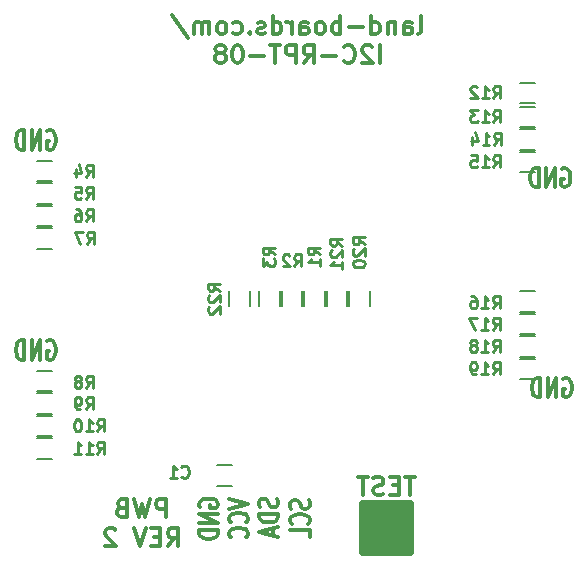
<source format=gbr>
%TF.GenerationSoftware,KiCad,Pcbnew,(6.0.1)*%
%TF.CreationDate,2022-05-15T17:36:25-04:00*%
%TF.ProjectId,I2C-RPT-08,4932432d-5250-4542-9d30-382e6b696361,2*%
%TF.SameCoordinates,Original*%
%TF.FileFunction,Legend,Bot*%
%TF.FilePolarity,Positive*%
%FSLAX46Y46*%
G04 Gerber Fmt 4.6, Leading zero omitted, Abs format (unit mm)*
G04 Created by KiCad (PCBNEW (6.0.1)) date 2022-05-15 17:36:25*
%MOMM*%
%LPD*%
G01*
G04 APERTURE LIST*
%ADD10C,0.304800*%
%ADD11C,0.254000*%
%ADD12C,0.650000*%
%ADD13C,0.150000*%
G04 APERTURE END LIST*
D10*
X190409285Y-84298608D02*
X190554428Y-84226037D01*
X190627000Y-84080894D01*
X190627000Y-82774608D01*
X189175571Y-84298608D02*
X189175571Y-83500322D01*
X189248142Y-83355180D01*
X189393285Y-83282608D01*
X189683571Y-83282608D01*
X189828714Y-83355180D01*
X189175571Y-84226037D02*
X189320714Y-84298608D01*
X189683571Y-84298608D01*
X189828714Y-84226037D01*
X189901285Y-84080894D01*
X189901285Y-83935751D01*
X189828714Y-83790608D01*
X189683571Y-83718037D01*
X189320714Y-83718037D01*
X189175571Y-83645465D01*
X188449857Y-83282608D02*
X188449857Y-84298608D01*
X188449857Y-83427751D02*
X188377285Y-83355180D01*
X188232142Y-83282608D01*
X188014428Y-83282608D01*
X187869285Y-83355180D01*
X187796714Y-83500322D01*
X187796714Y-84298608D01*
X186417857Y-84298608D02*
X186417857Y-82774608D01*
X186417857Y-84226037D02*
X186563000Y-84298608D01*
X186853285Y-84298608D01*
X186998428Y-84226037D01*
X187071000Y-84153465D01*
X187143571Y-84008322D01*
X187143571Y-83572894D01*
X187071000Y-83427751D01*
X186998428Y-83355180D01*
X186853285Y-83282608D01*
X186563000Y-83282608D01*
X186417857Y-83355180D01*
X185692142Y-83718037D02*
X184531000Y-83718037D01*
X183805285Y-84298608D02*
X183805285Y-82774608D01*
X183805285Y-83355180D02*
X183660142Y-83282608D01*
X183369857Y-83282608D01*
X183224714Y-83355180D01*
X183152142Y-83427751D01*
X183079571Y-83572894D01*
X183079571Y-84008322D01*
X183152142Y-84153465D01*
X183224714Y-84226037D01*
X183369857Y-84298608D01*
X183660142Y-84298608D01*
X183805285Y-84226037D01*
X182208714Y-84298608D02*
X182353857Y-84226037D01*
X182426428Y-84153465D01*
X182499000Y-84008322D01*
X182499000Y-83572894D01*
X182426428Y-83427751D01*
X182353857Y-83355180D01*
X182208714Y-83282608D01*
X181991000Y-83282608D01*
X181845857Y-83355180D01*
X181773285Y-83427751D01*
X181700714Y-83572894D01*
X181700714Y-84008322D01*
X181773285Y-84153465D01*
X181845857Y-84226037D01*
X181991000Y-84298608D01*
X182208714Y-84298608D01*
X180394428Y-84298608D02*
X180394428Y-83500322D01*
X180467000Y-83355180D01*
X180612142Y-83282608D01*
X180902428Y-83282608D01*
X181047571Y-83355180D01*
X180394428Y-84226037D02*
X180539571Y-84298608D01*
X180902428Y-84298608D01*
X181047571Y-84226037D01*
X181120142Y-84080894D01*
X181120142Y-83935751D01*
X181047571Y-83790608D01*
X180902428Y-83718037D01*
X180539571Y-83718037D01*
X180394428Y-83645465D01*
X179668714Y-84298608D02*
X179668714Y-83282608D01*
X179668714Y-83572894D02*
X179596142Y-83427751D01*
X179523571Y-83355180D01*
X179378428Y-83282608D01*
X179233285Y-83282608D01*
X178072142Y-84298608D02*
X178072142Y-82774608D01*
X178072142Y-84226037D02*
X178217285Y-84298608D01*
X178507571Y-84298608D01*
X178652714Y-84226037D01*
X178725285Y-84153465D01*
X178797857Y-84008322D01*
X178797857Y-83572894D01*
X178725285Y-83427751D01*
X178652714Y-83355180D01*
X178507571Y-83282608D01*
X178217285Y-83282608D01*
X178072142Y-83355180D01*
X177419000Y-84226037D02*
X177273857Y-84298608D01*
X176983571Y-84298608D01*
X176838428Y-84226037D01*
X176765857Y-84080894D01*
X176765857Y-84008322D01*
X176838428Y-83863180D01*
X176983571Y-83790608D01*
X177201285Y-83790608D01*
X177346428Y-83718037D01*
X177419000Y-83572894D01*
X177419000Y-83500322D01*
X177346428Y-83355180D01*
X177201285Y-83282608D01*
X176983571Y-83282608D01*
X176838428Y-83355180D01*
X176112714Y-84153465D02*
X176040142Y-84226037D01*
X176112714Y-84298608D01*
X176185285Y-84226037D01*
X176112714Y-84153465D01*
X176112714Y-84298608D01*
X174733857Y-84226037D02*
X174879000Y-84298608D01*
X175169285Y-84298608D01*
X175314428Y-84226037D01*
X175387000Y-84153465D01*
X175459571Y-84008322D01*
X175459571Y-83572894D01*
X175387000Y-83427751D01*
X175314428Y-83355180D01*
X175169285Y-83282608D01*
X174879000Y-83282608D01*
X174733857Y-83355180D01*
X173863000Y-84298608D02*
X174008142Y-84226037D01*
X174080714Y-84153465D01*
X174153285Y-84008322D01*
X174153285Y-83572894D01*
X174080714Y-83427751D01*
X174008142Y-83355180D01*
X173863000Y-83282608D01*
X173645285Y-83282608D01*
X173500142Y-83355180D01*
X173427571Y-83427751D01*
X173355000Y-83572894D01*
X173355000Y-84008322D01*
X173427571Y-84153465D01*
X173500142Y-84226037D01*
X173645285Y-84298608D01*
X173863000Y-84298608D01*
X172701857Y-84298608D02*
X172701857Y-83282608D01*
X172701857Y-83427751D02*
X172629285Y-83355180D01*
X172484142Y-83282608D01*
X172266428Y-83282608D01*
X172121285Y-83355180D01*
X172048714Y-83500322D01*
X172048714Y-84298608D01*
X172048714Y-83500322D02*
X171976142Y-83355180D01*
X171831000Y-83282608D01*
X171613285Y-83282608D01*
X171468142Y-83355180D01*
X171395571Y-83500322D01*
X171395571Y-84298608D01*
X169581285Y-82702037D02*
X170887571Y-84661465D01*
X187143571Y-86752248D02*
X187143571Y-85228248D01*
X186490428Y-85373391D02*
X186417857Y-85300820D01*
X186272714Y-85228248D01*
X185909857Y-85228248D01*
X185764714Y-85300820D01*
X185692142Y-85373391D01*
X185619571Y-85518534D01*
X185619571Y-85663677D01*
X185692142Y-85881391D01*
X186563000Y-86752248D01*
X185619571Y-86752248D01*
X184095571Y-86607105D02*
X184168142Y-86679677D01*
X184385857Y-86752248D01*
X184531000Y-86752248D01*
X184748714Y-86679677D01*
X184893857Y-86534534D01*
X184966428Y-86389391D01*
X185039000Y-86099105D01*
X185039000Y-85881391D01*
X184966428Y-85591105D01*
X184893857Y-85445962D01*
X184748714Y-85300820D01*
X184531000Y-85228248D01*
X184385857Y-85228248D01*
X184168142Y-85300820D01*
X184095571Y-85373391D01*
X183442428Y-86171677D02*
X182281285Y-86171677D01*
X180684714Y-86752248D02*
X181192714Y-86026534D01*
X181555571Y-86752248D02*
X181555571Y-85228248D01*
X180975000Y-85228248D01*
X180829857Y-85300820D01*
X180757285Y-85373391D01*
X180684714Y-85518534D01*
X180684714Y-85736248D01*
X180757285Y-85881391D01*
X180829857Y-85953962D01*
X180975000Y-86026534D01*
X181555571Y-86026534D01*
X180031571Y-86752248D02*
X180031571Y-85228248D01*
X179451000Y-85228248D01*
X179305857Y-85300820D01*
X179233285Y-85373391D01*
X179160714Y-85518534D01*
X179160714Y-85736248D01*
X179233285Y-85881391D01*
X179305857Y-85953962D01*
X179451000Y-86026534D01*
X180031571Y-86026534D01*
X178725285Y-85228248D02*
X177854428Y-85228248D01*
X178289857Y-86752248D02*
X178289857Y-85228248D01*
X177346428Y-86171677D02*
X176185285Y-86171677D01*
X175169285Y-85228248D02*
X175024142Y-85228248D01*
X174879000Y-85300820D01*
X174806428Y-85373391D01*
X174733857Y-85518534D01*
X174661285Y-85808820D01*
X174661285Y-86171677D01*
X174733857Y-86461962D01*
X174806428Y-86607105D01*
X174879000Y-86679677D01*
X175024142Y-86752248D01*
X175169285Y-86752248D01*
X175314428Y-86679677D01*
X175387000Y-86607105D01*
X175459571Y-86461962D01*
X175532142Y-86171677D01*
X175532142Y-85808820D01*
X175459571Y-85518534D01*
X175387000Y-85373391D01*
X175314428Y-85300820D01*
X175169285Y-85228248D01*
X173790428Y-85881391D02*
X173935571Y-85808820D01*
X174008142Y-85736248D01*
X174080714Y-85591105D01*
X174080714Y-85518534D01*
X174008142Y-85373391D01*
X173935571Y-85300820D01*
X173790428Y-85228248D01*
X173500142Y-85228248D01*
X173355000Y-85300820D01*
X173282428Y-85373391D01*
X173209857Y-85518534D01*
X173209857Y-85591105D01*
X173282428Y-85736248D01*
X173355000Y-85808820D01*
X173500142Y-85881391D01*
X173790428Y-85881391D01*
X173935571Y-85953962D01*
X174008142Y-86026534D01*
X174080714Y-86171677D01*
X174080714Y-86461962D01*
X174008142Y-86607105D01*
X173935571Y-86679677D01*
X173790428Y-86752248D01*
X173500142Y-86752248D01*
X173355000Y-86679677D01*
X173282428Y-86607105D01*
X173209857Y-86461962D01*
X173209857Y-86171677D01*
X173282428Y-86026534D01*
X173355000Y-85953962D01*
X173500142Y-85881391D01*
X181135261Y-123757024D02*
X181213880Y-123938453D01*
X181213880Y-124240834D01*
X181135261Y-124361786D01*
X181056642Y-124422262D01*
X180899404Y-124482739D01*
X180742166Y-124482739D01*
X180584928Y-124422262D01*
X180506309Y-124361786D01*
X180427690Y-124240834D01*
X180349071Y-123998929D01*
X180270452Y-123877977D01*
X180191833Y-123817500D01*
X180034595Y-123757024D01*
X179877357Y-123757024D01*
X179720119Y-123817500D01*
X179641500Y-123877977D01*
X179562880Y-123998929D01*
X179562880Y-124301310D01*
X179641500Y-124482739D01*
X181056642Y-125752739D02*
X181135261Y-125692262D01*
X181213880Y-125510834D01*
X181213880Y-125389881D01*
X181135261Y-125208453D01*
X180978023Y-125087500D01*
X180820785Y-125027024D01*
X180506309Y-124966548D01*
X180270452Y-124966548D01*
X179955976Y-125027024D01*
X179798738Y-125087500D01*
X179641500Y-125208453D01*
X179562880Y-125389881D01*
X179562880Y-125510834D01*
X179641500Y-125692262D01*
X179720119Y-125752739D01*
X181213880Y-126901786D02*
X181213880Y-126297024D01*
X179562880Y-126297024D01*
X178468261Y-123630024D02*
X178546880Y-123811453D01*
X178546880Y-124113834D01*
X178468261Y-124234786D01*
X178389642Y-124295262D01*
X178232404Y-124355739D01*
X178075166Y-124355739D01*
X177917928Y-124295262D01*
X177839309Y-124234786D01*
X177760690Y-124113834D01*
X177682071Y-123871929D01*
X177603452Y-123750977D01*
X177524833Y-123690500D01*
X177367595Y-123630024D01*
X177210357Y-123630024D01*
X177053119Y-123690500D01*
X176974500Y-123750977D01*
X176895880Y-123871929D01*
X176895880Y-124174310D01*
X176974500Y-124355739D01*
X178546880Y-124900024D02*
X176895880Y-124900024D01*
X176895880Y-125202405D01*
X176974500Y-125383834D01*
X177131738Y-125504786D01*
X177288976Y-125565262D01*
X177603452Y-125625739D01*
X177839309Y-125625739D01*
X178153785Y-125565262D01*
X178311023Y-125504786D01*
X178468261Y-125383834D01*
X178546880Y-125202405D01*
X178546880Y-124900024D01*
X178075166Y-126109548D02*
X178075166Y-126714310D01*
X178546880Y-125988596D02*
X176895880Y-126411929D01*
X178546880Y-126835262D01*
X174355880Y-123636072D02*
X176006880Y-124059405D01*
X174355880Y-124482739D01*
X175849642Y-125631786D02*
X175928261Y-125571310D01*
X176006880Y-125389881D01*
X176006880Y-125268929D01*
X175928261Y-125087500D01*
X175771023Y-124966548D01*
X175613785Y-124906072D01*
X175299309Y-124845596D01*
X175063452Y-124845596D01*
X174748976Y-124906072D01*
X174591738Y-124966548D01*
X174434500Y-125087500D01*
X174355880Y-125268929D01*
X174355880Y-125389881D01*
X174434500Y-125571310D01*
X174513119Y-125631786D01*
X175849642Y-126901786D02*
X175928261Y-126841310D01*
X176006880Y-126659881D01*
X176006880Y-126538929D01*
X175928261Y-126357500D01*
X175771023Y-126236548D01*
X175613785Y-126176072D01*
X175299309Y-126115596D01*
X175063452Y-126115596D01*
X174748976Y-126176072D01*
X174591738Y-126236548D01*
X174434500Y-126357500D01*
X174355880Y-126538929D01*
X174355880Y-126659881D01*
X174434500Y-126841310D01*
X174513119Y-126901786D01*
X171894500Y-124355739D02*
X171815880Y-124234786D01*
X171815880Y-124053358D01*
X171894500Y-123871929D01*
X172051738Y-123750977D01*
X172208976Y-123690500D01*
X172523452Y-123630024D01*
X172759309Y-123630024D01*
X173073785Y-123690500D01*
X173231023Y-123750977D01*
X173388261Y-123871929D01*
X173466880Y-124053358D01*
X173466880Y-124174310D01*
X173388261Y-124355739D01*
X173309642Y-124416215D01*
X172759309Y-124416215D01*
X172759309Y-124174310D01*
X173466880Y-124960500D02*
X171815880Y-124960500D01*
X173466880Y-125686215D01*
X171815880Y-125686215D01*
X173466880Y-126290977D02*
X171815880Y-126290977D01*
X171815880Y-126593358D01*
X171894500Y-126774786D01*
X172051738Y-126895739D01*
X172208976Y-126956215D01*
X172523452Y-127016691D01*
X172759309Y-127016691D01*
X173073785Y-126956215D01*
X173231023Y-126895739D01*
X173388261Y-126774786D01*
X173466880Y-126593358D01*
X173466880Y-126290977D01*
X202669260Y-113474500D02*
X202790213Y-113395880D01*
X202971641Y-113395880D01*
X203153070Y-113474500D01*
X203274022Y-113631738D01*
X203334499Y-113788976D01*
X203394975Y-114103452D01*
X203394975Y-114339309D01*
X203334499Y-114653785D01*
X203274022Y-114811023D01*
X203153070Y-114968261D01*
X202971641Y-115046880D01*
X202850689Y-115046880D01*
X202669260Y-114968261D01*
X202608784Y-114889642D01*
X202608784Y-114339309D01*
X202850689Y-114339309D01*
X202064499Y-115046880D02*
X202064499Y-113395880D01*
X201338784Y-115046880D01*
X201338784Y-113395880D01*
X200734022Y-115046880D02*
X200734022Y-113395880D01*
X200431641Y-113395880D01*
X200250213Y-113474500D01*
X200129260Y-113631738D01*
X200068784Y-113788976D01*
X200008308Y-114103452D01*
X200008308Y-114339309D01*
X200068784Y-114653785D01*
X200129260Y-114811023D01*
X200250213Y-114968261D01*
X200431641Y-115046880D01*
X200734022Y-115046880D01*
X202542260Y-95694500D02*
X202663213Y-95615880D01*
X202844641Y-95615880D01*
X203026070Y-95694500D01*
X203147022Y-95851738D01*
X203207499Y-96008976D01*
X203267975Y-96323452D01*
X203267975Y-96559309D01*
X203207499Y-96873785D01*
X203147022Y-97031023D01*
X203026070Y-97188261D01*
X202844641Y-97266880D01*
X202723689Y-97266880D01*
X202542260Y-97188261D01*
X202481784Y-97109642D01*
X202481784Y-96559309D01*
X202723689Y-96559309D01*
X201937499Y-97266880D02*
X201937499Y-95615880D01*
X201211784Y-97266880D01*
X201211784Y-95615880D01*
X200607022Y-97266880D02*
X200607022Y-95615880D01*
X200304641Y-95615880D01*
X200123213Y-95694500D01*
X200002260Y-95851738D01*
X199941784Y-96008976D01*
X199881308Y-96323452D01*
X199881308Y-96559309D01*
X199941784Y-96873785D01*
X200002260Y-97031023D01*
X200123213Y-97188261D01*
X200304641Y-97266880D01*
X200607022Y-97266880D01*
X158981260Y-110299500D02*
X159102213Y-110220880D01*
X159283641Y-110220880D01*
X159465070Y-110299500D01*
X159586022Y-110456738D01*
X159646499Y-110613976D01*
X159706975Y-110928452D01*
X159706975Y-111164309D01*
X159646499Y-111478785D01*
X159586022Y-111636023D01*
X159465070Y-111793261D01*
X159283641Y-111871880D01*
X159162689Y-111871880D01*
X158981260Y-111793261D01*
X158920784Y-111714642D01*
X158920784Y-111164309D01*
X159162689Y-111164309D01*
X158376499Y-111871880D02*
X158376499Y-110220880D01*
X157650784Y-111871880D01*
X157650784Y-110220880D01*
X157046022Y-111871880D02*
X157046022Y-110220880D01*
X156743641Y-110220880D01*
X156562213Y-110299500D01*
X156441260Y-110456738D01*
X156380784Y-110613976D01*
X156320308Y-110928452D01*
X156320308Y-111164309D01*
X156380784Y-111478785D01*
X156441260Y-111636023D01*
X156562213Y-111793261D01*
X156743641Y-111871880D01*
X157046022Y-111871880D01*
X158981260Y-92519500D02*
X159102213Y-92440880D01*
X159283641Y-92440880D01*
X159465070Y-92519500D01*
X159586022Y-92676738D01*
X159646499Y-92833976D01*
X159706975Y-93148452D01*
X159706975Y-93384309D01*
X159646499Y-93698785D01*
X159586022Y-93856023D01*
X159465070Y-94013261D01*
X159283641Y-94091880D01*
X159162689Y-94091880D01*
X158981260Y-94013261D01*
X158920784Y-93934642D01*
X158920784Y-93384309D01*
X159162689Y-93384309D01*
X158376499Y-94091880D02*
X158376499Y-92440880D01*
X157650784Y-94091880D01*
X157650784Y-92440880D01*
X157046022Y-94091880D02*
X157046022Y-92440880D01*
X156743641Y-92440880D01*
X156562213Y-92519500D01*
X156441260Y-92676738D01*
X156380784Y-92833976D01*
X156320308Y-93148452D01*
X156320308Y-93384309D01*
X156380784Y-93698785D01*
X156441260Y-93856023D01*
X156562213Y-94013261D01*
X156743641Y-94091880D01*
X157046022Y-94091880D01*
X169037000Y-125192608D02*
X169037000Y-123668608D01*
X168456428Y-123668608D01*
X168311285Y-123741180D01*
X168238714Y-123813751D01*
X168166142Y-123958894D01*
X168166142Y-124176608D01*
X168238714Y-124321751D01*
X168311285Y-124394322D01*
X168456428Y-124466894D01*
X169037000Y-124466894D01*
X167658142Y-123668608D02*
X167295285Y-125192608D01*
X167005000Y-124104037D01*
X166714714Y-125192608D01*
X166351857Y-123668608D01*
X165263285Y-124394322D02*
X165045571Y-124466894D01*
X164973000Y-124539465D01*
X164900428Y-124684608D01*
X164900428Y-124902322D01*
X164973000Y-125047465D01*
X165045571Y-125120037D01*
X165190714Y-125192608D01*
X165771285Y-125192608D01*
X165771285Y-123668608D01*
X165263285Y-123668608D01*
X165118142Y-123741180D01*
X165045571Y-123813751D01*
X164973000Y-123958894D01*
X164973000Y-124104037D01*
X165045571Y-124249180D01*
X165118142Y-124321751D01*
X165263285Y-124394322D01*
X165771285Y-124394322D01*
X169182142Y-127646248D02*
X169690142Y-126920534D01*
X170053000Y-127646248D02*
X170053000Y-126122248D01*
X169472428Y-126122248D01*
X169327285Y-126194820D01*
X169254714Y-126267391D01*
X169182142Y-126412534D01*
X169182142Y-126630248D01*
X169254714Y-126775391D01*
X169327285Y-126847962D01*
X169472428Y-126920534D01*
X170053000Y-126920534D01*
X168529000Y-126847962D02*
X168021000Y-126847962D01*
X167803285Y-127646248D02*
X168529000Y-127646248D01*
X168529000Y-126122248D01*
X167803285Y-126122248D01*
X167367857Y-126122248D02*
X166859857Y-127646248D01*
X166351857Y-126122248D01*
X164755285Y-126267391D02*
X164682714Y-126194820D01*
X164537571Y-126122248D01*
X164174714Y-126122248D01*
X164029571Y-126194820D01*
X163957000Y-126267391D01*
X163884428Y-126412534D01*
X163884428Y-126557677D01*
X163957000Y-126775391D01*
X164827857Y-127646248D01*
X163884428Y-127646248D01*
%TO.C,TEST*%
X190137142Y-121776428D02*
X189266285Y-121776428D01*
X189701714Y-123300428D02*
X189701714Y-121776428D01*
X188758285Y-122502142D02*
X188250285Y-122502142D01*
X188032571Y-123300428D02*
X188758285Y-123300428D01*
X188758285Y-121776428D01*
X188032571Y-121776428D01*
X187452000Y-123227857D02*
X187234285Y-123300428D01*
X186871428Y-123300428D01*
X186726285Y-123227857D01*
X186653714Y-123155285D01*
X186581142Y-123010142D01*
X186581142Y-122865000D01*
X186653714Y-122719857D01*
X186726285Y-122647285D01*
X186871428Y-122574714D01*
X187161714Y-122502142D01*
X187306857Y-122429571D01*
X187379428Y-122357000D01*
X187452000Y-122211857D01*
X187452000Y-122066714D01*
X187379428Y-121921571D01*
X187306857Y-121849000D01*
X187161714Y-121776428D01*
X186798857Y-121776428D01*
X186581142Y-121849000D01*
X186145714Y-121776428D02*
X185274857Y-121776428D01*
X185710285Y-123300428D02*
X185710285Y-121776428D01*
D11*
%TO.C,R12*%
X196741142Y-89735619D02*
X197079809Y-89251809D01*
X197321714Y-89735619D02*
X197321714Y-88719619D01*
X196934666Y-88719619D01*
X196837904Y-88768000D01*
X196789523Y-88816380D01*
X196741142Y-88913142D01*
X196741142Y-89058285D01*
X196789523Y-89155047D01*
X196837904Y-89203428D01*
X196934666Y-89251809D01*
X197321714Y-89251809D01*
X195773523Y-89735619D02*
X196354095Y-89735619D01*
X196063809Y-89735619D02*
X196063809Y-88719619D01*
X196160571Y-88864761D01*
X196257333Y-88961523D01*
X196354095Y-89009904D01*
X195386476Y-88816380D02*
X195338095Y-88768000D01*
X195241333Y-88719619D01*
X194999428Y-88719619D01*
X194902666Y-88768000D01*
X194854285Y-88816380D01*
X194805904Y-88913142D01*
X194805904Y-89009904D01*
X194854285Y-89155047D01*
X195434857Y-89735619D01*
X194805904Y-89735619D01*
%TO.C,R15*%
X196741142Y-95582619D02*
X197079809Y-95098809D01*
X197321714Y-95582619D02*
X197321714Y-94566619D01*
X196934666Y-94566619D01*
X196837904Y-94615000D01*
X196789523Y-94663380D01*
X196741142Y-94760142D01*
X196741142Y-94905285D01*
X196789523Y-95002047D01*
X196837904Y-95050428D01*
X196934666Y-95098809D01*
X197321714Y-95098809D01*
X195773523Y-95582619D02*
X196354095Y-95582619D01*
X196063809Y-95582619D02*
X196063809Y-94566619D01*
X196160571Y-94711761D01*
X196257333Y-94808523D01*
X196354095Y-94856904D01*
X194854285Y-94566619D02*
X195338095Y-94566619D01*
X195386476Y-95050428D01*
X195338095Y-95002047D01*
X195241333Y-94953666D01*
X194999428Y-94953666D01*
X194902666Y-95002047D01*
X194854285Y-95050428D01*
X194805904Y-95147190D01*
X194805904Y-95389095D01*
X194854285Y-95485857D01*
X194902666Y-95534238D01*
X194999428Y-95582619D01*
X195241333Y-95582619D01*
X195338095Y-95534238D01*
X195386476Y-95485857D01*
%TO.C,R13*%
X196741142Y-91772619D02*
X197079809Y-91288809D01*
X197321714Y-91772619D02*
X197321714Y-90756619D01*
X196934666Y-90756619D01*
X196837904Y-90805000D01*
X196789523Y-90853380D01*
X196741142Y-90950142D01*
X196741142Y-91095285D01*
X196789523Y-91192047D01*
X196837904Y-91240428D01*
X196934666Y-91288809D01*
X197321714Y-91288809D01*
X195773523Y-91772619D02*
X196354095Y-91772619D01*
X196063809Y-91772619D02*
X196063809Y-90756619D01*
X196160571Y-90901761D01*
X196257333Y-90998523D01*
X196354095Y-91046904D01*
X195434857Y-90756619D02*
X194805904Y-90756619D01*
X195144571Y-91143666D01*
X194999428Y-91143666D01*
X194902666Y-91192047D01*
X194854285Y-91240428D01*
X194805904Y-91337190D01*
X194805904Y-91579095D01*
X194854285Y-91675857D01*
X194902666Y-91724238D01*
X194999428Y-91772619D01*
X195289714Y-91772619D01*
X195386476Y-91724238D01*
X195434857Y-91675857D01*
%TO.C,R6*%
X162269333Y-100159619D02*
X162608000Y-99675809D01*
X162849904Y-100159619D02*
X162849904Y-99143619D01*
X162462857Y-99143619D01*
X162366095Y-99192000D01*
X162317714Y-99240380D01*
X162269333Y-99337142D01*
X162269333Y-99482285D01*
X162317714Y-99579047D01*
X162366095Y-99627428D01*
X162462857Y-99675809D01*
X162849904Y-99675809D01*
X161398476Y-99143619D02*
X161592000Y-99143619D01*
X161688761Y-99192000D01*
X161737142Y-99240380D01*
X161833904Y-99385523D01*
X161882285Y-99579047D01*
X161882285Y-99966095D01*
X161833904Y-100062857D01*
X161785523Y-100111238D01*
X161688761Y-100159619D01*
X161495238Y-100159619D01*
X161398476Y-100111238D01*
X161350095Y-100062857D01*
X161301714Y-99966095D01*
X161301714Y-99724190D01*
X161350095Y-99627428D01*
X161398476Y-99579047D01*
X161495238Y-99530666D01*
X161688761Y-99530666D01*
X161785523Y-99579047D01*
X161833904Y-99627428D01*
X161882285Y-99724190D01*
%TO.C,R4*%
X162269333Y-96359619D02*
X162608000Y-95875809D01*
X162849904Y-96359619D02*
X162849904Y-95343619D01*
X162462857Y-95343619D01*
X162366095Y-95392000D01*
X162317714Y-95440380D01*
X162269333Y-95537142D01*
X162269333Y-95682285D01*
X162317714Y-95779047D01*
X162366095Y-95827428D01*
X162462857Y-95875809D01*
X162849904Y-95875809D01*
X161398476Y-95682285D02*
X161398476Y-96359619D01*
X161640380Y-95295238D02*
X161882285Y-96020952D01*
X161253333Y-96020952D01*
%TO.C,R16*%
X196707142Y-107508619D02*
X197045809Y-107024809D01*
X197287714Y-107508619D02*
X197287714Y-106492619D01*
X196900666Y-106492619D01*
X196803904Y-106541000D01*
X196755523Y-106589380D01*
X196707142Y-106686142D01*
X196707142Y-106831285D01*
X196755523Y-106928047D01*
X196803904Y-106976428D01*
X196900666Y-107024809D01*
X197287714Y-107024809D01*
X195739523Y-107508619D02*
X196320095Y-107508619D01*
X196029809Y-107508619D02*
X196029809Y-106492619D01*
X196126571Y-106637761D01*
X196223333Y-106734523D01*
X196320095Y-106782904D01*
X194868666Y-106492619D02*
X195062190Y-106492619D01*
X195158952Y-106541000D01*
X195207333Y-106589380D01*
X195304095Y-106734523D01*
X195352476Y-106928047D01*
X195352476Y-107315095D01*
X195304095Y-107411857D01*
X195255714Y-107460238D01*
X195158952Y-107508619D01*
X194965428Y-107508619D01*
X194868666Y-107460238D01*
X194820285Y-107411857D01*
X194771904Y-107315095D01*
X194771904Y-107073190D01*
X194820285Y-106976428D01*
X194868666Y-106928047D01*
X194965428Y-106879666D01*
X195158952Y-106879666D01*
X195255714Y-106928047D01*
X195304095Y-106976428D01*
X195352476Y-107073190D01*
%TO.C,R19*%
X196707142Y-113108619D02*
X197045809Y-112624809D01*
X197287714Y-113108619D02*
X197287714Y-112092619D01*
X196900666Y-112092619D01*
X196803904Y-112141000D01*
X196755523Y-112189380D01*
X196707142Y-112286142D01*
X196707142Y-112431285D01*
X196755523Y-112528047D01*
X196803904Y-112576428D01*
X196900666Y-112624809D01*
X197287714Y-112624809D01*
X195739523Y-113108619D02*
X196320095Y-113108619D01*
X196029809Y-113108619D02*
X196029809Y-112092619D01*
X196126571Y-112237761D01*
X196223333Y-112334523D01*
X196320095Y-112382904D01*
X195255714Y-113108619D02*
X195062190Y-113108619D01*
X194965428Y-113060238D01*
X194917047Y-113011857D01*
X194820285Y-112866714D01*
X194771904Y-112673190D01*
X194771904Y-112286142D01*
X194820285Y-112189380D01*
X194868666Y-112141000D01*
X194965428Y-112092619D01*
X195158952Y-112092619D01*
X195255714Y-112141000D01*
X195304095Y-112189380D01*
X195352476Y-112286142D01*
X195352476Y-112528047D01*
X195304095Y-112624809D01*
X195255714Y-112673190D01*
X195158952Y-112721571D01*
X194965428Y-112721571D01*
X194868666Y-112673190D01*
X194820285Y-112624809D01*
X194771904Y-112528047D01*
%TO.C,R11*%
X163213142Y-119839619D02*
X163551809Y-119355809D01*
X163793714Y-119839619D02*
X163793714Y-118823619D01*
X163406666Y-118823619D01*
X163309904Y-118872000D01*
X163261523Y-118920380D01*
X163213142Y-119017142D01*
X163213142Y-119162285D01*
X163261523Y-119259047D01*
X163309904Y-119307428D01*
X163406666Y-119355809D01*
X163793714Y-119355809D01*
X162245523Y-119839619D02*
X162826095Y-119839619D01*
X162535809Y-119839619D02*
X162535809Y-118823619D01*
X162632571Y-118968761D01*
X162729333Y-119065523D01*
X162826095Y-119113904D01*
X161277904Y-119839619D02*
X161858476Y-119839619D01*
X161568190Y-119839619D02*
X161568190Y-118823619D01*
X161664952Y-118968761D01*
X161761714Y-119065523D01*
X161858476Y-119113904D01*
%TO.C,R14*%
X196807142Y-93662619D02*
X197145809Y-93178809D01*
X197387714Y-93662619D02*
X197387714Y-92646619D01*
X197000666Y-92646619D01*
X196903904Y-92695000D01*
X196855523Y-92743380D01*
X196807142Y-92840142D01*
X196807142Y-92985285D01*
X196855523Y-93082047D01*
X196903904Y-93130428D01*
X197000666Y-93178809D01*
X197387714Y-93178809D01*
X195839523Y-93662619D02*
X196420095Y-93662619D01*
X196129809Y-93662619D02*
X196129809Y-92646619D01*
X196226571Y-92791761D01*
X196323333Y-92888523D01*
X196420095Y-92936904D01*
X194968666Y-92985285D02*
X194968666Y-93662619D01*
X195210571Y-92598238D02*
X195452476Y-93323952D01*
X194823523Y-93323952D01*
%TO.C,R3*%
X178259619Y-102954666D02*
X177775809Y-102616000D01*
X178259619Y-102374095D02*
X177243619Y-102374095D01*
X177243619Y-102761142D01*
X177292000Y-102857904D01*
X177340380Y-102906285D01*
X177437142Y-102954666D01*
X177582285Y-102954666D01*
X177679047Y-102906285D01*
X177727428Y-102857904D01*
X177775809Y-102761142D01*
X177775809Y-102374095D01*
X177243619Y-103293333D02*
X177243619Y-103922285D01*
X177630666Y-103583619D01*
X177630666Y-103728761D01*
X177679047Y-103825523D01*
X177727428Y-103873904D01*
X177824190Y-103922285D01*
X178066095Y-103922285D01*
X178162857Y-103873904D01*
X178211238Y-103825523D01*
X178259619Y-103728761D01*
X178259619Y-103438476D01*
X178211238Y-103341714D01*
X178162857Y-103293333D01*
%TO.C,R18*%
X196707142Y-111208619D02*
X197045809Y-110724809D01*
X197287714Y-111208619D02*
X197287714Y-110192619D01*
X196900666Y-110192619D01*
X196803904Y-110241000D01*
X196755523Y-110289380D01*
X196707142Y-110386142D01*
X196707142Y-110531285D01*
X196755523Y-110628047D01*
X196803904Y-110676428D01*
X196900666Y-110724809D01*
X197287714Y-110724809D01*
X195739523Y-111208619D02*
X196320095Y-111208619D01*
X196029809Y-111208619D02*
X196029809Y-110192619D01*
X196126571Y-110337761D01*
X196223333Y-110434523D01*
X196320095Y-110482904D01*
X195158952Y-110628047D02*
X195255714Y-110579666D01*
X195304095Y-110531285D01*
X195352476Y-110434523D01*
X195352476Y-110386142D01*
X195304095Y-110289380D01*
X195255714Y-110241000D01*
X195158952Y-110192619D01*
X194965428Y-110192619D01*
X194868666Y-110241000D01*
X194820285Y-110289380D01*
X194771904Y-110386142D01*
X194771904Y-110434523D01*
X194820285Y-110531285D01*
X194868666Y-110579666D01*
X194965428Y-110628047D01*
X195158952Y-110628047D01*
X195255714Y-110676428D01*
X195304095Y-110724809D01*
X195352476Y-110821571D01*
X195352476Y-111015095D01*
X195304095Y-111111857D01*
X195255714Y-111160238D01*
X195158952Y-111208619D01*
X194965428Y-111208619D01*
X194868666Y-111160238D01*
X194820285Y-111111857D01*
X194771904Y-111015095D01*
X194771904Y-110821571D01*
X194820285Y-110724809D01*
X194868666Y-110676428D01*
X194965428Y-110628047D01*
%TO.C,R5*%
X162269333Y-98259619D02*
X162608000Y-97775809D01*
X162849904Y-98259619D02*
X162849904Y-97243619D01*
X162462857Y-97243619D01*
X162366095Y-97292000D01*
X162317714Y-97340380D01*
X162269333Y-97437142D01*
X162269333Y-97582285D01*
X162317714Y-97679047D01*
X162366095Y-97727428D01*
X162462857Y-97775809D01*
X162849904Y-97775809D01*
X161350095Y-97243619D02*
X161833904Y-97243619D01*
X161882285Y-97727428D01*
X161833904Y-97679047D01*
X161737142Y-97630666D01*
X161495238Y-97630666D01*
X161398476Y-97679047D01*
X161350095Y-97727428D01*
X161301714Y-97824190D01*
X161301714Y-98066095D01*
X161350095Y-98162857D01*
X161398476Y-98211238D01*
X161495238Y-98259619D01*
X161737142Y-98259619D01*
X161833904Y-98211238D01*
X161882285Y-98162857D01*
%TO.C,R7*%
X162369333Y-102059619D02*
X162708000Y-101575809D01*
X162949904Y-102059619D02*
X162949904Y-101043619D01*
X162562857Y-101043619D01*
X162466095Y-101092000D01*
X162417714Y-101140380D01*
X162369333Y-101237142D01*
X162369333Y-101382285D01*
X162417714Y-101479047D01*
X162466095Y-101527428D01*
X162562857Y-101575809D01*
X162949904Y-101575809D01*
X162030666Y-101043619D02*
X161353333Y-101043619D01*
X161788761Y-102059619D01*
%TO.C,R2*%
X179874333Y-103964619D02*
X180213000Y-103480809D01*
X180454904Y-103964619D02*
X180454904Y-102948619D01*
X180067857Y-102948619D01*
X179971095Y-102997000D01*
X179922714Y-103045380D01*
X179874333Y-103142142D01*
X179874333Y-103287285D01*
X179922714Y-103384047D01*
X179971095Y-103432428D01*
X180067857Y-103480809D01*
X180454904Y-103480809D01*
X179487285Y-103045380D02*
X179438904Y-102997000D01*
X179342142Y-102948619D01*
X179100238Y-102948619D01*
X179003476Y-102997000D01*
X178955095Y-103045380D01*
X178906714Y-103142142D01*
X178906714Y-103238904D01*
X178955095Y-103384047D01*
X179535666Y-103964619D01*
X178906714Y-103964619D01*
%TO.C,R17*%
X196707142Y-109308619D02*
X197045809Y-108824809D01*
X197287714Y-109308619D02*
X197287714Y-108292619D01*
X196900666Y-108292619D01*
X196803904Y-108341000D01*
X196755523Y-108389380D01*
X196707142Y-108486142D01*
X196707142Y-108631285D01*
X196755523Y-108728047D01*
X196803904Y-108776428D01*
X196900666Y-108824809D01*
X197287714Y-108824809D01*
X195739523Y-109308619D02*
X196320095Y-109308619D01*
X196029809Y-109308619D02*
X196029809Y-108292619D01*
X196126571Y-108437761D01*
X196223333Y-108534523D01*
X196320095Y-108582904D01*
X195400857Y-108292619D02*
X194723523Y-108292619D01*
X195158952Y-109308619D01*
%TO.C,C1*%
X170349333Y-121774857D02*
X170397714Y-121823238D01*
X170542857Y-121871619D01*
X170639619Y-121871619D01*
X170784761Y-121823238D01*
X170881523Y-121726476D01*
X170929904Y-121629714D01*
X170978285Y-121436190D01*
X170978285Y-121291047D01*
X170929904Y-121097523D01*
X170881523Y-121000761D01*
X170784761Y-120904000D01*
X170639619Y-120855619D01*
X170542857Y-120855619D01*
X170397714Y-120904000D01*
X170349333Y-120952380D01*
X169381714Y-121871619D02*
X169962285Y-121871619D01*
X169672000Y-121871619D02*
X169672000Y-120855619D01*
X169768761Y-121000761D01*
X169865523Y-121097523D01*
X169962285Y-121145904D01*
%TO.C,R8*%
X162269333Y-114259619D02*
X162608000Y-113775809D01*
X162849904Y-114259619D02*
X162849904Y-113243619D01*
X162462857Y-113243619D01*
X162366095Y-113292000D01*
X162317714Y-113340380D01*
X162269333Y-113437142D01*
X162269333Y-113582285D01*
X162317714Y-113679047D01*
X162366095Y-113727428D01*
X162462857Y-113775809D01*
X162849904Y-113775809D01*
X161688761Y-113679047D02*
X161785523Y-113630666D01*
X161833904Y-113582285D01*
X161882285Y-113485523D01*
X161882285Y-113437142D01*
X161833904Y-113340380D01*
X161785523Y-113292000D01*
X161688761Y-113243619D01*
X161495238Y-113243619D01*
X161398476Y-113292000D01*
X161350095Y-113340380D01*
X161301714Y-113437142D01*
X161301714Y-113485523D01*
X161350095Y-113582285D01*
X161398476Y-113630666D01*
X161495238Y-113679047D01*
X161688761Y-113679047D01*
X161785523Y-113727428D01*
X161833904Y-113775809D01*
X161882285Y-113872571D01*
X161882285Y-114066095D01*
X161833904Y-114162857D01*
X161785523Y-114211238D01*
X161688761Y-114259619D01*
X161495238Y-114259619D01*
X161398476Y-114211238D01*
X161350095Y-114162857D01*
X161301714Y-114066095D01*
X161301714Y-113872571D01*
X161350095Y-113775809D01*
X161398476Y-113727428D01*
X161495238Y-113679047D01*
%TO.C,R10*%
X163213142Y-117934619D02*
X163551809Y-117450809D01*
X163793714Y-117934619D02*
X163793714Y-116918619D01*
X163406666Y-116918619D01*
X163309904Y-116967000D01*
X163261523Y-117015380D01*
X163213142Y-117112142D01*
X163213142Y-117257285D01*
X163261523Y-117354047D01*
X163309904Y-117402428D01*
X163406666Y-117450809D01*
X163793714Y-117450809D01*
X162245523Y-117934619D02*
X162826095Y-117934619D01*
X162535809Y-117934619D02*
X162535809Y-116918619D01*
X162632571Y-117063761D01*
X162729333Y-117160523D01*
X162826095Y-117208904D01*
X161616571Y-116918619D02*
X161519809Y-116918619D01*
X161423047Y-116967000D01*
X161374666Y-117015380D01*
X161326285Y-117112142D01*
X161277904Y-117305666D01*
X161277904Y-117547571D01*
X161326285Y-117741095D01*
X161374666Y-117837857D01*
X161423047Y-117886238D01*
X161519809Y-117934619D01*
X161616571Y-117934619D01*
X161713333Y-117886238D01*
X161761714Y-117837857D01*
X161810095Y-117741095D01*
X161858476Y-117547571D01*
X161858476Y-117305666D01*
X161810095Y-117112142D01*
X161761714Y-117015380D01*
X161713333Y-116967000D01*
X161616571Y-116918619D01*
%TO.C,R9*%
X162269333Y-116059619D02*
X162608000Y-115575809D01*
X162849904Y-116059619D02*
X162849904Y-115043619D01*
X162462857Y-115043619D01*
X162366095Y-115092000D01*
X162317714Y-115140380D01*
X162269333Y-115237142D01*
X162269333Y-115382285D01*
X162317714Y-115479047D01*
X162366095Y-115527428D01*
X162462857Y-115575809D01*
X162849904Y-115575809D01*
X161785523Y-116059619D02*
X161592000Y-116059619D01*
X161495238Y-116011238D01*
X161446857Y-115962857D01*
X161350095Y-115817714D01*
X161301714Y-115624190D01*
X161301714Y-115237142D01*
X161350095Y-115140380D01*
X161398476Y-115092000D01*
X161495238Y-115043619D01*
X161688761Y-115043619D01*
X161785523Y-115092000D01*
X161833904Y-115140380D01*
X161882285Y-115237142D01*
X161882285Y-115479047D01*
X161833904Y-115575809D01*
X161785523Y-115624190D01*
X161688761Y-115672571D01*
X161495238Y-115672571D01*
X161398476Y-115624190D01*
X161350095Y-115575809D01*
X161301714Y-115479047D01*
%TO.C,R1*%
X182069619Y-102954666D02*
X181585809Y-102616000D01*
X182069619Y-102374095D02*
X181053619Y-102374095D01*
X181053619Y-102761142D01*
X181102000Y-102857904D01*
X181150380Y-102906285D01*
X181247142Y-102954666D01*
X181392285Y-102954666D01*
X181489047Y-102906285D01*
X181537428Y-102857904D01*
X181585809Y-102761142D01*
X181585809Y-102374095D01*
X182069619Y-103922285D02*
X182069619Y-103341714D01*
X182069619Y-103632000D02*
X181053619Y-103632000D01*
X181198761Y-103535238D01*
X181295523Y-103438476D01*
X181343904Y-103341714D01*
%TO.C,R20*%
X185879619Y-102089857D02*
X185395809Y-101751190D01*
X185879619Y-101509285D02*
X184863619Y-101509285D01*
X184863619Y-101896333D01*
X184912000Y-101993095D01*
X184960380Y-102041476D01*
X185057142Y-102089857D01*
X185202285Y-102089857D01*
X185299047Y-102041476D01*
X185347428Y-101993095D01*
X185395809Y-101896333D01*
X185395809Y-101509285D01*
X184960380Y-102476904D02*
X184912000Y-102525285D01*
X184863619Y-102622047D01*
X184863619Y-102863952D01*
X184912000Y-102960714D01*
X184960380Y-103009095D01*
X185057142Y-103057476D01*
X185153904Y-103057476D01*
X185299047Y-103009095D01*
X185879619Y-102428523D01*
X185879619Y-103057476D01*
X184863619Y-103686428D02*
X184863619Y-103783190D01*
X184912000Y-103879952D01*
X184960380Y-103928333D01*
X185057142Y-103976714D01*
X185250666Y-104025095D01*
X185492571Y-104025095D01*
X185686095Y-103976714D01*
X185782857Y-103928333D01*
X185831238Y-103879952D01*
X185879619Y-103783190D01*
X185879619Y-103686428D01*
X185831238Y-103589666D01*
X185782857Y-103541285D01*
X185686095Y-103492904D01*
X185492571Y-103444523D01*
X185250666Y-103444523D01*
X185057142Y-103492904D01*
X184960380Y-103541285D01*
X184912000Y-103589666D01*
X184863619Y-103686428D01*
%TO.C,R21*%
X183974619Y-102216857D02*
X183490809Y-101878190D01*
X183974619Y-101636285D02*
X182958619Y-101636285D01*
X182958619Y-102023333D01*
X183007000Y-102120095D01*
X183055380Y-102168476D01*
X183152142Y-102216857D01*
X183297285Y-102216857D01*
X183394047Y-102168476D01*
X183442428Y-102120095D01*
X183490809Y-102023333D01*
X183490809Y-101636285D01*
X183055380Y-102603904D02*
X183007000Y-102652285D01*
X182958619Y-102749047D01*
X182958619Y-102990952D01*
X183007000Y-103087714D01*
X183055380Y-103136095D01*
X183152142Y-103184476D01*
X183248904Y-103184476D01*
X183394047Y-103136095D01*
X183974619Y-102555523D01*
X183974619Y-103184476D01*
X183974619Y-104152095D02*
X183974619Y-103571523D01*
X183974619Y-103861809D02*
X182958619Y-103861809D01*
X183103761Y-103765047D01*
X183200523Y-103668285D01*
X183248904Y-103571523D01*
%TO.C,R22*%
X173619619Y-106026857D02*
X173135809Y-105688190D01*
X173619619Y-105446285D02*
X172603619Y-105446285D01*
X172603619Y-105833333D01*
X172652000Y-105930095D01*
X172700380Y-105978476D01*
X172797142Y-106026857D01*
X172942285Y-106026857D01*
X173039047Y-105978476D01*
X173087428Y-105930095D01*
X173135809Y-105833333D01*
X173135809Y-105446285D01*
X172700380Y-106413904D02*
X172652000Y-106462285D01*
X172603619Y-106559047D01*
X172603619Y-106800952D01*
X172652000Y-106897714D01*
X172700380Y-106946095D01*
X172797142Y-106994476D01*
X172893904Y-106994476D01*
X173039047Y-106946095D01*
X173619619Y-106365523D01*
X173619619Y-106994476D01*
X172700380Y-107381523D02*
X172652000Y-107429904D01*
X172603619Y-107526666D01*
X172603619Y-107768571D01*
X172652000Y-107865333D01*
X172700380Y-107913714D01*
X172797142Y-107962095D01*
X172893904Y-107962095D01*
X173039047Y-107913714D01*
X173619619Y-107333142D01*
X173619619Y-107962095D01*
D12*
%TO.C,TEST*%
X185706000Y-124111000D02*
X189706000Y-124111000D01*
X189706000Y-124111000D02*
X189706000Y-128111000D01*
X189706000Y-128111000D02*
X185706000Y-128111000D01*
X185706000Y-128111000D02*
X185706000Y-124111000D01*
X185706000Y-124111000D02*
X185706000Y-124611000D01*
X185706000Y-124611000D02*
X189706000Y-124611000D01*
X189706000Y-124611000D02*
X189706000Y-125111000D01*
X189706000Y-125111000D02*
X185706000Y-125111000D01*
X185706000Y-125111000D02*
X185706000Y-125611000D01*
X185706000Y-125611000D02*
X189706000Y-125611000D01*
X189706000Y-125611000D02*
X189706000Y-126111000D01*
X189706000Y-126111000D02*
X185706000Y-126111000D01*
X185706000Y-126111000D02*
X185706000Y-126611000D01*
X185706000Y-126611000D02*
X189206000Y-126611000D01*
X189206000Y-126611000D02*
X189706000Y-126611000D01*
X189706000Y-126611000D02*
X189706000Y-127111000D01*
X189706000Y-127111000D02*
X185706000Y-127111000D01*
X185706000Y-127111000D02*
X185706000Y-127611000D01*
X185706000Y-127611000D02*
X189706000Y-127611000D01*
D13*
%TO.C,R12*%
X199044000Y-90156000D02*
X200244000Y-90156000D01*
X200244000Y-88406000D02*
X199044000Y-88406000D01*
%TO.C,R15*%
X199044000Y-95998000D02*
X200244000Y-95998000D01*
X200244000Y-94248000D02*
X199044000Y-94248000D01*
%TO.C,R13*%
X199044000Y-92188000D02*
X200244000Y-92188000D01*
X200244000Y-90438000D02*
X199044000Y-90438000D01*
%TO.C,R6*%
X158150000Y-100570000D02*
X159350000Y-100570000D01*
X159350000Y-98820000D02*
X158150000Y-98820000D01*
%TO.C,R4*%
X158150000Y-96760000D02*
X159350000Y-96760000D01*
X159350000Y-95010000D02*
X158150000Y-95010000D01*
%TO.C,R16*%
X199044000Y-107809000D02*
X200244000Y-107809000D01*
X200244000Y-106059000D02*
X199044000Y-106059000D01*
%TO.C,R19*%
X199044000Y-113524000D02*
X200244000Y-113524000D01*
X200244000Y-111774000D02*
X199044000Y-111774000D01*
%TO.C,R11*%
X158150000Y-120255000D02*
X159350000Y-120255000D01*
X159350000Y-118505000D02*
X158150000Y-118505000D01*
%TO.C,R14*%
X199044000Y-94093000D02*
X200244000Y-94093000D01*
X200244000Y-92343000D02*
X199044000Y-92343000D01*
%TO.C,R3*%
X178675000Y-107280000D02*
X178675000Y-106080000D01*
X176925000Y-106080000D02*
X176925000Y-107280000D01*
%TO.C,R18*%
X199044000Y-111619000D02*
X200244000Y-111619000D01*
X200244000Y-109869000D02*
X199044000Y-109869000D01*
%TO.C,R5*%
X158150000Y-98665000D02*
X159350000Y-98665000D01*
X159350000Y-96915000D02*
X158150000Y-96915000D01*
%TO.C,R7*%
X158150000Y-102475000D02*
X159350000Y-102475000D01*
X159350000Y-100725000D02*
X158150000Y-100725000D01*
%TO.C,R2*%
X180580000Y-107280000D02*
X180580000Y-106080000D01*
X178830000Y-106080000D02*
X178830000Y-107280000D01*
%TO.C,R17*%
X199044000Y-109714000D02*
X200244000Y-109714000D01*
X200244000Y-107964000D02*
X199044000Y-107964000D01*
%TO.C,C1*%
X173390000Y-122541000D02*
X174590000Y-122541000D01*
X174590000Y-120791000D02*
X173390000Y-120791000D01*
%TO.C,R8*%
X158150000Y-114540000D02*
X159350000Y-114540000D01*
X159350000Y-112790000D02*
X158150000Y-112790000D01*
%TO.C,R10*%
X158150000Y-118350000D02*
X159350000Y-118350000D01*
X159350000Y-116600000D02*
X158150000Y-116600000D01*
%TO.C,R9*%
X158150000Y-116445000D02*
X159350000Y-116445000D01*
X159350000Y-114695000D02*
X158150000Y-114695000D01*
%TO.C,R1*%
X182485000Y-107280000D02*
X182485000Y-106080000D01*
X180735000Y-106080000D02*
X180735000Y-107280000D01*
%TO.C,R20*%
X186295000Y-107280000D02*
X186295000Y-106080000D01*
X184545000Y-106080000D02*
X184545000Y-107280000D01*
%TO.C,R21*%
X184390000Y-107280000D02*
X184390000Y-106080000D01*
X182640000Y-106080000D02*
X182640000Y-107280000D01*
%TO.C,R22*%
X176135000Y-107280000D02*
X176135000Y-106080000D01*
X174385000Y-106080000D02*
X174385000Y-107280000D01*
%TD*%
M02*

</source>
